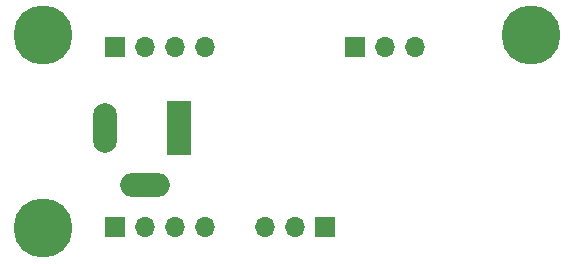
<source format=gbs>
%TF.GenerationSoftware,KiCad,Pcbnew,(6.0.8)*%
%TF.CreationDate,2022-11-18T22:38:32+01:00*%
%TF.ProjectId,Single-DCDC-Converter,53696e67-6c65-42d4-9443-44432d436f6e,rev?*%
%TF.SameCoordinates,Original*%
%TF.FileFunction,Soldermask,Bot*%
%TF.FilePolarity,Negative*%
%FSLAX46Y46*%
G04 Gerber Fmt 4.6, Leading zero omitted, Abs format (unit mm)*
G04 Created by KiCad (PCBNEW (6.0.8)) date 2022-11-18 22:38:32*
%MOMM*%
%LPD*%
G01*
G04 APERTURE LIST*
%ADD10R,1.700000X1.700000*%
%ADD11O,1.700000X1.700000*%
%ADD12C,5.000000*%
%ADD13R,2.000000X4.600000*%
%ADD14O,2.000000X4.200000*%
%ADD15O,4.200000X2.000000*%
G04 APERTURE END LIST*
D10*
X99060000Y-78740000D03*
D11*
X96520000Y-78740000D03*
X93980000Y-78740000D03*
D12*
X75200000Y-62520000D03*
X116530000Y-62520000D03*
D10*
X101600000Y-63500000D03*
D11*
X104140000Y-63500000D03*
X106680000Y-63500000D03*
D10*
X81280000Y-63500000D03*
D11*
X83820000Y-63500000D03*
X86360000Y-63500000D03*
X88900000Y-63500000D03*
D12*
X75200000Y-78860000D03*
D13*
X86690200Y-70393800D03*
D14*
X80390200Y-70393800D03*
D15*
X83790200Y-75193800D03*
D10*
X81280000Y-78740000D03*
D11*
X83820000Y-78740000D03*
X86360000Y-78740000D03*
X88900000Y-78740000D03*
M02*

</source>
